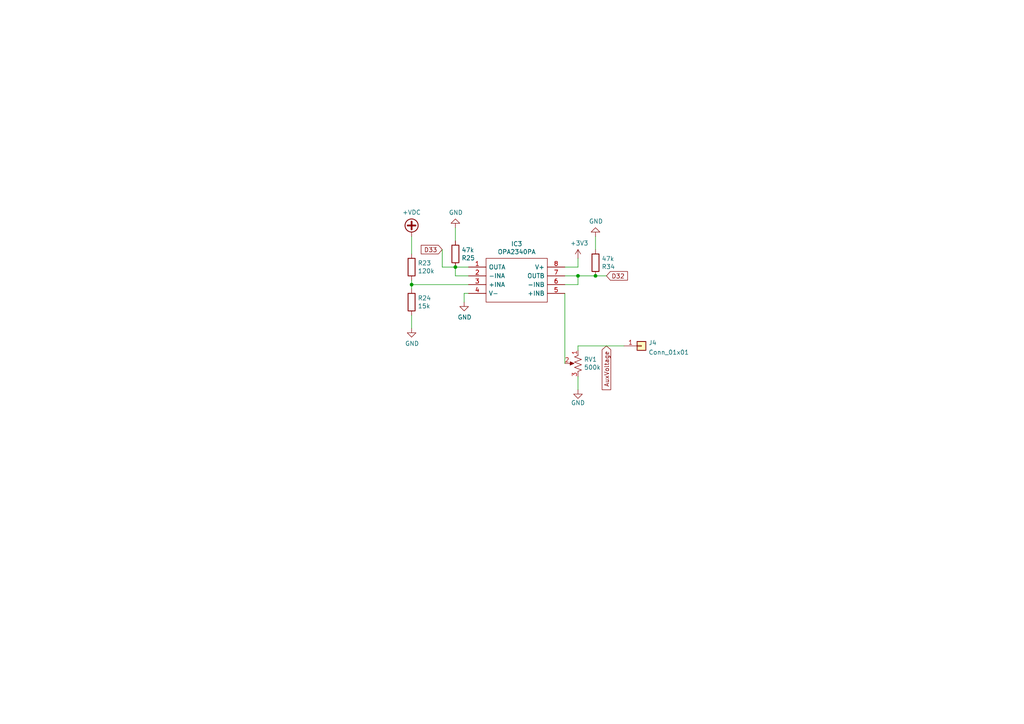
<source format=kicad_sch>
(kicad_sch (version 20230121) (generator eeschema)
  (paper "A4")
  (lib_symbols
    (symbol "Connector_Generic:Conn_01x01" (pin_names (offset 1.016) hide)
      (property "Reference" "J" (at 0 2.54 0))
      (property "Value" "Conn_01x01" (at 0 -2.54 0))
      (symbol "Conn_01x01_1_1"
        (rectangle (start -1.27 0.127) (end 0 -0.127) (stroke (width 0.1524)))
        (rectangle (start -1.27 1.27) (end 1.27 -1.27) (stroke (width 0.254)) (fill (type background)))
        (pin passive line (at -5.08 0 0) (length 3.81) (name "Pin_1") (number "1"))
      )
    )
    (symbol "Device:R" (pin_numbers hide) (pin_names (offset 0))
      (property "Reference" "R" (at 2.032 0 90))
      (property "Value" "R" (at 0 0 90))
      (symbol "R_0_1"
        (rectangle (start -1.016 -2.54) (end 1.016 2.54) (stroke (width 0.254)))
      )
      (symbol "R_1_1"
        (pin passive line (at 0 3.81 270) (length 1.27) (name "~") (number "1"))
        (pin passive line (at 0 -3.81 90) (length 1.27) (name "~") (number "2"))
      )
    )
    (symbol "Device:R_POT_US" (pin_names (offset 1.016) hide)
      (property "Reference" "RV" (at -4.445 0 90))
      (property "Value" "Device_R_POT_US" (at -2.54 0 90))
      (symbol "R_POT_US_0_1"
        (polyline (pts (xy 0 -2.286) (xy 0 -2.54)))
        (polyline (pts (xy 0 2.54) (xy 0 2.286)))
        (polyline (pts (xy 2.54 0) (xy 1.524 0)))
        (polyline (pts (xy 1.143 0) (xy 2.286 0.508) (xy 2.286 -0.508) (xy 1.143 0)) (fill (type outline)))
        (polyline (pts (xy 0 -0.762) (xy 1.016 -1.143) (xy 0 -1.524) (xy -1.016 -1.905) (xy 0 -2.286)))
        (polyline (pts (xy 0 0.762) (xy 1.016 0.381) (xy 0 0) (xy -1.016 -0.381) (xy 0 -0.762)))
        (polyline (pts (xy 0 2.286) (xy 1.016 1.905) (xy 0 1.524) (xy -1.016 1.143) (xy 0 0.762)))
      )
      (symbol "R_POT_US_1_1"
        (pin passive line (at 0 3.81 270) (length 1.27) (name "1") (number "1"))
        (pin passive line (at 3.81 0 180) (length 1.27) (name "2") (number "2"))
        (pin passive line (at 0 -3.81 90) (length 1.27) (name "3") (number "3"))
      )
    )
    (symbol "SamacSys_Parts:OPA2340PA" (pin_names (offset 0.762))
      (property "Reference" "IC" (at 24.13 7.62 0))
      (property "Value" "SamacSys_Parts_OPA2340PA" (at 24.13 5.08 0))
      (symbol "OPA2340PA_0_0"
        (pin passive line (at 0 0 0) (length 5.08) (name "OUTA") (number "1"))
        (pin passive line (at 0 -2.54 0) (length 5.08) (name "-INA") (number "2"))
        (pin passive line (at 0 -5.08 0) (length 5.08) (name "+INA") (number "3"))
        (pin passive line (at 0 -7.62 0) (length 5.08) (name "V-") (number "4"))
        (pin passive line (at 27.94 -7.62 180) (length 5.08) (name "+INB") (number "5"))
        (pin passive line (at 27.94 -5.08 180) (length 5.08) (name "-INB") (number "6"))
        (pin passive line (at 27.94 -2.54 180) (length 5.08) (name "OUTB") (number "7"))
        (pin passive line (at 27.94 0 180) (length 5.08) (name "V+") (number "8"))
      )
      (symbol "OPA2340PA_0_1"
        (polyline (pts (xy 5.08 2.54) (xy 22.86 2.54) (xy 22.86 -10.16) (xy 5.08 -10.16) (xy 5.08 2.54)) (stroke (width 0.1524)))
      )
    )
    (symbol "power:+3.3V" (power) (pin_names (offset 0))
      (property "Value" "+3.3V" (at 0 3.556 0))
      (symbol "+3.3V_0_1"
        (polyline (pts (xy -0.762 1.27) (xy 0 2.54)))
        (polyline (pts (xy 0 0) (xy 0 2.54)))
        (polyline (pts (xy 0 2.54) (xy 0.762 1.27)))
      )
      (symbol "+3.3V_1_1"
        (pin power_in line (at 0 0 90) (length 0) hide (name "+3V3") (number "1"))
      )
    )
    (symbol "power:+VDC" (power) (pin_names (offset 0))
      (property "Value" "+VDC" (at 0 6.35 0))
      (symbol "+VDC_0_1"
        (polyline (pts (xy -1.143 3.175) (xy 1.143 3.175)) (stroke (width 0.508)))
        (polyline (pts (xy 0 0) (xy 0 1.27)))
        (polyline (pts (xy 0 2.032) (xy 0 4.318)) (stroke (width 0.508)))
        (circle (center 0 3.175) (radius 1.905) (stroke (width 0.254)))
      )
      (symbol "+VDC_1_1"
        (pin power_in line (at 0 0 90) (length 0) hide (name "+VDC") (number "1"))
      )
    )
    (symbol "power:GND" (power) (pin_names (offset 0))
      (property "Value" "GND" (at 0 -3.81 0))
      (symbol "GND_0_1"
        (polyline (pts (xy 0 0) (xy 0 -1.27) (xy 1.27 -1.27) (xy 0 -2.54) (xy -1.27 -1.27) (xy 0 -1.27)))
      )
      (symbol "GND_1_1"
        (pin power_in line (at 0 0 270) (length 0) hide (name "GND") (number "1"))
      )
    )
  )
  (junction (at 119.38 82.55))
  (junction (at 132.08 77.47))
  (junction (at 172.72 80.01))
  (junction (at 167.64 80.01))
  (wire (pts (xy 119.38 81.28) (xy 119.38 82.55)))
  (wire (pts (xy 172.72 72.39) (xy 172.72 68.58)))
  (wire (pts (xy 134.62 85.09) (xy 135.89 85.09)))
  (wire (pts (xy 119.38 91.44) (xy 119.38 95.25)))
  (wire (pts (xy 135.89 80.01) (xy 132.08 80.01)))
  (wire (pts (xy 119.38 73.66) (xy 119.38 68.58)))
  (wire (pts (xy 167.64 80.01) (xy 167.64 82.55)))
  (wire (pts (xy 163.83 80.01) (xy 167.64 80.01)))
  (wire (pts (xy 167.64 100.33) (xy 167.64 101.6)))
  (wire (pts (xy 163.83 77.47) (xy 167.64 77.47)))
  (wire (pts (xy 135.89 82.55) (xy 119.38 82.55)))
  (wire (pts (xy 132.08 77.47) (xy 128.27 77.47)))
  (wire (pts (xy 167.64 109.22) (xy 167.64 113.03)))
  (wire (pts (xy 128.27 72.39) (xy 128.27 77.47)))
  (wire (pts (xy 167.64 77.47) (xy 167.64 74.93)))
  (wire (pts (xy 167.64 82.55) (xy 163.83 82.55)))
  (wire (pts (xy 134.62 87.63) (xy 134.62 85.09)))
  (wire (pts (xy 135.89 77.47) (xy 132.08 77.47)))
  (wire (pts (xy 167.64 80.01) (xy 172.72 80.01)))
  (wire (pts (xy 180.975 100.33) (xy 167.64 100.33)))
  (wire (pts (xy 119.38 82.55) (xy 119.38 83.82)))
  (wire (pts (xy 132.08 80.01) (xy 132.08 77.47)))
  (wire (pts (xy 172.72 80.01) (xy 175.895 80.01)))
  (wire (pts (xy 132.08 69.85) (xy 132.08 66.04)))
  (wire (pts (xy 163.83 85.09) (xy 163.83 105.41)))
  (global_label "AuxVoltage" (shape input) (at 175.895 100.33 270) (property "Intersheetrefs" "${INTERSHEET_REFS}" (effects hide)))
  (global_label "D32" (shape input) (at 175.895 80.01 0) (property "Intersheetrefs" "${INTERSHEET_REFS}" (effects hide)))
  (global_label "D33" (shape input) (at 128.27 72.39 180) (property "Intersheetrefs" "${INTERSHEET_REFS}" (effects hide)))
  (symbol (lib_id "Device:R") (at 119.38 77.47 0) (unit 1)
    (property "Reference" "R23" (at 121.158 76.3016 0) (effects (justify left)))
    (property "Value" "120k" (at 121.158 78.613 0) (effects (justify left)))
    (property "Footprint" "Resistor_THT:R_Axial_DIN0207_L6.3mm_D2.5mm_P2.54mm_Vertical" (effects hide))
  )
  (symbol (lib_id "power:+VDC") (at 119.38 68.58 0) (unit 1)
    (property "Reference" "#PWR042" (effects hide))
    (property "Value" "+VDC" (at 119.38 61.595 0))
  )
  (symbol (lib_id "Device:R") (at 132.08 73.66 0) (mirror x) (unit 1)
    (property "Reference" "R25" (at 133.858 74.8284 0) (effects (justify left)))
    (property "Value" "47k" (at 133.858 72.517 0) (effects (justify left)))
    (property "Footprint" "Resistor_THT:R_Axial_DIN0207_L6.3mm_D2.5mm_P2.54mm_Vertical" (effects hide))
  )
  (symbol (lib_id "power:GND") (at 132.08 66.04 0) (mirror x) (unit 1)
    (property "Reference" "#PWR044" (effects hide))
    (property "Value" "GND" (at 132.207 61.6458 0))
  )
  (symbol (lib_id "power:GND") (at 119.38 95.25 0) (unit 1)
    (property "Reference" "#PWR043" (effects hide))
    (property "Value" "GND" (at 119.507 99.6442 0))
  )
  (symbol (lib_id "power:GND") (at 172.72 68.58 0) (mirror x) (unit 1)
    (property "Reference" "#PWR0101" (effects hide))
    (property "Value" "GND" (at 172.847 64.1858 0))
  )
  (symbol (lib_id "Device:R_POT_US") (at 167.64 105.41 0) (mirror y) (unit 1)
    (property "Reference" "RV1" (at 169.3672 104.2416 0) (effects (justify right)))
    (property "Value" "500k" (at 169.3672 106.553 0) (effects (justify right)))
    (property "Footprint" "Potentiometer_THT:Potentiometer_Bourns_3296W_Vertical" (effects hide))
  )
  (symbol (lib_id "power:+3.3V") (at 167.64 74.93 0) (unit 1)
    (property "Reference" "#PWR046" (effects hide))
    (property "Value" "+3.3V" (at 168.021 70.5358 0))
  )
  (symbol (lib_id "Device:R") (at 119.38 87.63 0) (unit 1)
    (property "Reference" "R24" (at 121.158 86.4616 0) (effects (justify left)))
    (property "Value" "15k" (at 121.158 88.773 0) (effects (justify left)))
    (property "Footprint" "Resistor_THT:R_Axial_DIN0207_L6.3mm_D2.5mm_P2.54mm_Vertical" (effects hide))
  )
  (symbol (lib_id "Device:R") (at 172.72 76.2 0) (mirror x) (unit 1)
    (property "Reference" "R34" (at 174.498 77.3684 0) (effects (justify left)))
    (property "Value" "47k" (at 174.498 75.057 0) (effects (justify left)))
    (property "Footprint" "Resistor_THT:R_Axial_DIN0207_L6.3mm_D2.5mm_P2.54mm_Vertical" (effects hide))
  )
  (symbol (lib_id "power:GND") (at 167.64 113.03 0) (mirror y) (unit 1)
    (property "Reference" "#PWR047" (effects hide))
    (property "Value" "GND" (at 167.64 116.84 0))
  )
  (symbol (lib_id "power:GND") (at 134.62 87.63 0) (unit 1)
    (property "Reference" "#PWR045" (effects hide))
    (property "Value" "GND" (at 134.747 92.0242 0))
  )
  (symbol (lib_id "SamacSys_Parts:OPA2340PA") (at 135.89 77.47 0) (unit 1)
    (property "Reference" "IC3" (at 149.86 70.739 0))
    (property "Value" "OPA2340PA" (at 149.86 73.0504 0))
    (property "Footprint" "SamacSys_Parts:DIP794W53P254L959H508Q8N" (effects hide))
    (property "Datasheet" "http://www.ti.com/lit/gpn/opa2340" (effects hide))
    (property "Description" "Texas Instruments OPA2340PA, Dual Op Amp, 5.5MHz CMOS, Rail to Rail, 3 V, 5 V, 8-Pin PDIP" (effects hide))
    (property "Height" "5.08" (effects hide))
    (property "Mouser Part Number" "595-OPA2340PA" (effects hide))
    (property "Mouser Price/Stock" "https://www.mouser.co.uk/ProductDetail/Texas-Instruments/OPA2340PA?qs=7nS3%252BbEUL6s2KhiJuFokSw%3D%3D" (effects hide))
    (property "Manufacturer_Name" "Texas Instruments" (effects hide))
    (property "Manufacturer_Part_Number" "OPA2340PA" (effects hide))
  )
  (symbol (lib_id "Connector_Generic:Conn_01x01") (at 186.055 100.33 0) (unit 1)
    (property "Reference" "J4" (at 188.087 99.4215 0) (effects (justify left)))
    (property "Value" "Conn_01x01" (at 188.087 102.1966 0) (effects (justify left)))
    (property "Footprint" "Connector_PinHeader_2.54mm:PinHeader_1x01_P2.54mm_Vertical" (effects hide))
  )
)
</source>
